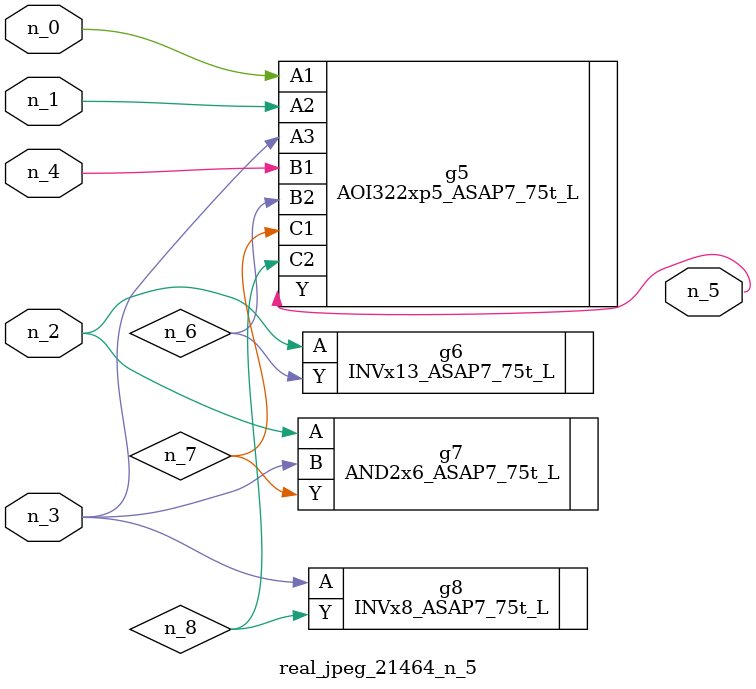
<source format=v>
module real_jpeg_21464_n_5 (n_4, n_0, n_1, n_2, n_3, n_5);

input n_4;
input n_0;
input n_1;
input n_2;
input n_3;

output n_5;

wire n_8;
wire n_6;
wire n_7;

AOI322xp5_ASAP7_75t_L g5 ( 
.A1(n_0),
.A2(n_1),
.A3(n_3),
.B1(n_4),
.B2(n_6),
.C1(n_7),
.C2(n_8),
.Y(n_5)
);

INVx13_ASAP7_75t_L g6 ( 
.A(n_2),
.Y(n_6)
);

AND2x6_ASAP7_75t_L g7 ( 
.A(n_2),
.B(n_3),
.Y(n_7)
);

INVx8_ASAP7_75t_L g8 ( 
.A(n_3),
.Y(n_8)
);


endmodule
</source>
